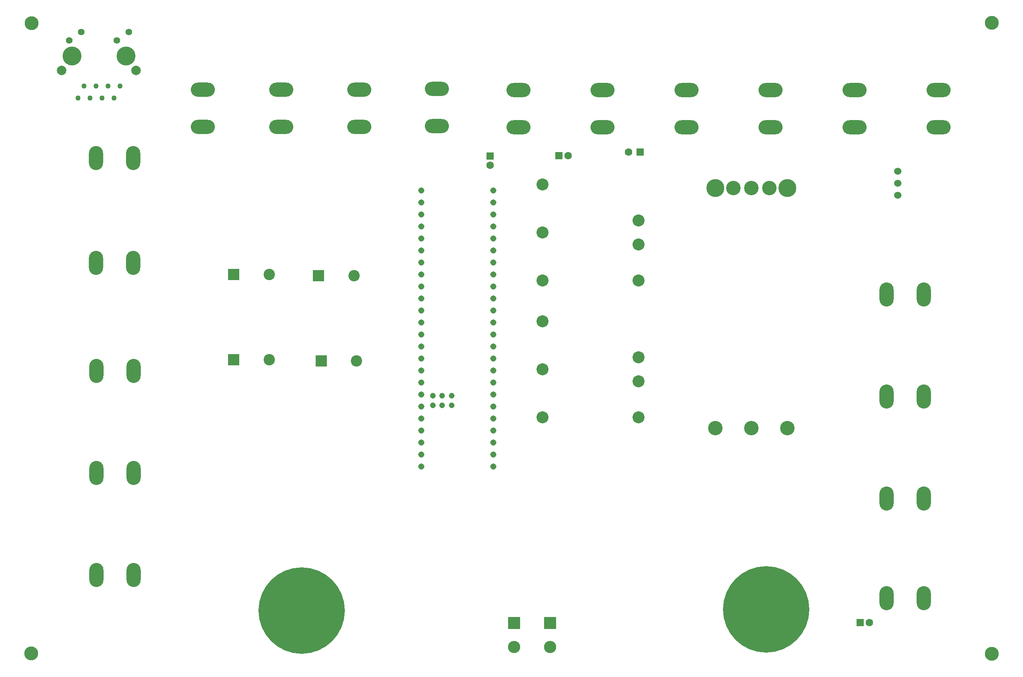
<source format=gbr>
%TF.GenerationSoftware,KiCad,Pcbnew,7.0.7*%
%TF.CreationDate,2023-11-08T23:07:50-06:00*%
%TF.ProjectId,PowerBoard_2024,506f7765-7242-46f6-9172-645f32303234,rev?*%
%TF.SameCoordinates,Original*%
%TF.FileFunction,Soldermask,Bot*%
%TF.FilePolarity,Negative*%
%FSLAX46Y46*%
G04 Gerber Fmt 4.6, Leading zero omitted, Abs format (unit mm)*
G04 Created by KiCad (PCBNEW 7.0.7) date 2023-11-08 23:07:50*
%MOMM*%
%LPD*%
G01*
G04 APERTURE LIST*
%ADD10R,2.400000X2.400000*%
%ADD11C,2.400000*%
%ADD12R,1.600000X1.600000*%
%ADD13C,1.600000*%
%ADD14C,3.048000*%
%ADD15C,3.810000*%
%ADD16C,2.946400*%
%ADD17R,2.600000X2.600000*%
%ADD18O,2.600000X2.600000*%
%ADD19C,2.540000*%
%ADD20C,18.288000*%
%ADD21C,1.100000*%
%ADD22C,1.400000*%
%ADD23C,4.000000*%
%ADD24C,2.000000*%
%ADD25C,1.524000*%
%ADD26C,1.308000*%
%ADD27C,1.208000*%
%ADD28O,5.100000X3.000000*%
%ADD29O,3.000000X5.100000*%
G04 APERTURE END LIST*
D10*
%TO.C,C1*%
X212972000Y-157480000D03*
D11*
X220472000Y-157480000D03*
%TD*%
D12*
%TO.C,C2*%
X345500888Y-231140000D03*
D13*
X347500888Y-231140000D03*
%TD*%
D12*
%TO.C,C48*%
X267208000Y-132394888D03*
D13*
X267208000Y-134394888D03*
%TD*%
D14*
%TO.C,VR1*%
X314833000Y-189992000D03*
X322453000Y-189992000D03*
X330073000Y-189992000D03*
D15*
X330073000Y-139192000D03*
D14*
X326263000Y-139192000D03*
X322453000Y-139192000D03*
X318643000Y-139192000D03*
D15*
X314833000Y-139192000D03*
%TD*%
D16*
%TO.C,V6*%
X170114031Y-237689640D03*
%TD*%
D17*
%TO.C,D1*%
X272288000Y-231247000D03*
D18*
X272288000Y-236327000D03*
%TD*%
D19*
%TO.C,U20*%
X298577000Y-187706000D03*
X298577000Y-180086000D03*
X298577000Y-175006000D03*
X278257000Y-167386000D03*
X278257000Y-177546000D03*
X278257000Y-187706000D03*
%TD*%
D20*
%TO.C,V2*%
X227330000Y-228600000D03*
%TD*%
D16*
%TO.C,V4*%
X170180000Y-104344980D03*
%TD*%
%TO.C,V5*%
X373377271Y-237765840D03*
%TD*%
D12*
%TO.C,C8*%
X298958000Y-131572000D03*
D13*
X296458000Y-131572000D03*
%TD*%
D20*
%TO.C,V1*%
X325628000Y-228346000D03*
%TD*%
D10*
%TO.C,C3*%
X231437246Y-175768000D03*
D11*
X238937246Y-175768000D03*
%TD*%
D21*
%TO.C,J1*%
X188874000Y-117590000D03*
X187604000Y-120130000D03*
X186334000Y-117590000D03*
X185064000Y-120130000D03*
X183794000Y-117590000D03*
X182524000Y-120130000D03*
X181254000Y-117590000D03*
X179984000Y-120130000D03*
D22*
X190754000Y-106160000D03*
X188214000Y-107950000D03*
X180644000Y-106160000D03*
X178104000Y-107950000D03*
D23*
X190144000Y-111240000D03*
X178714000Y-111240000D03*
D24*
X192304000Y-114290000D03*
X176554000Y-114290000D03*
%TD*%
D25*
%TO.C,U1*%
X353441000Y-140716000D03*
X353441000Y-138176000D03*
X353441000Y-135636000D03*
%TD*%
D10*
%TO.C,C7*%
X212928754Y-175514000D03*
D11*
X220428754Y-175514000D03*
%TD*%
D12*
%TO.C,C10*%
X281746888Y-132334000D03*
D13*
X283746888Y-132334000D03*
%TD*%
D19*
%TO.C,U22*%
X298577000Y-158750000D03*
X298577000Y-151130000D03*
X298577000Y-146050000D03*
X278257000Y-138430000D03*
X278257000Y-148590000D03*
X278257000Y-158750000D03*
%TD*%
D10*
%TO.C,C5*%
X230886000Y-157734000D03*
D11*
X238386000Y-157734000D03*
%TD*%
D16*
%TO.C,V3*%
X373377271Y-104251000D03*
%TD*%
D17*
%TO.C,D2*%
X279908000Y-231247000D03*
D18*
X279908000Y-236327000D03*
%TD*%
D26*
%TO.C,U15*%
X267870000Y-195580000D03*
X267870000Y-193040000D03*
X267870000Y-190500000D03*
X267870000Y-187960000D03*
X267870000Y-162560000D03*
X252630000Y-193040000D03*
X267870000Y-185420000D03*
X267870000Y-182880000D03*
X267870000Y-180340000D03*
X267870000Y-177800000D03*
X267870000Y-175260000D03*
X267870000Y-172720000D03*
X267870000Y-170180000D03*
X267870000Y-167640000D03*
X267870000Y-165100000D03*
X252630000Y-165100000D03*
X252630000Y-167640000D03*
X252630000Y-170180000D03*
X252630000Y-172720000D03*
X252630000Y-175260000D03*
X252630000Y-177800000D03*
X252630000Y-180340000D03*
X252630000Y-182880000D03*
X252630000Y-185420000D03*
X252630000Y-187960000D03*
X252630000Y-190500000D03*
X267870000Y-160020000D03*
X267870000Y-157480000D03*
X267870000Y-154940000D03*
X267870000Y-152400000D03*
X267870000Y-149860000D03*
X267870000Y-147320000D03*
X267870000Y-144780000D03*
X267870000Y-142240000D03*
X267870000Y-139700000D03*
X252630000Y-139700000D03*
X252630000Y-142240000D03*
X252630000Y-144780000D03*
X252630000Y-147320000D03*
X252630000Y-149860000D03*
X252630000Y-152400000D03*
X252630000Y-154940000D03*
X252630000Y-157480000D03*
X252630000Y-160020000D03*
X267870000Y-198120000D03*
X252630000Y-162560000D03*
X252630000Y-195580000D03*
D27*
X257080000Y-183150000D03*
X257080000Y-185150000D03*
X255080000Y-185150000D03*
X255080000Y-183150000D03*
X259080000Y-183150000D03*
X259080000Y-185150000D03*
D26*
X252630000Y-198120000D03*
%TD*%
D28*
%TO.C,Conn18*%
X308745700Y-126287500D03*
X308745700Y-118413500D03*
%TD*%
D29*
%TO.C,Conn4*%
X351132000Y-225945700D03*
X359006000Y-225945700D03*
%TD*%
%TO.C,Conn3*%
X191772500Y-221094300D03*
X183898500Y-221094300D03*
%TD*%
D28*
%TO.C,Conn19*%
X290965700Y-126287500D03*
X290965700Y-118413500D03*
%TD*%
D29*
%TO.C,Conn9*%
X191677000Y-155006000D03*
X183803000Y-155006000D03*
%TD*%
D28*
%TO.C,Conn10*%
X344305700Y-126287500D03*
X344305700Y-118413500D03*
%TD*%
%TO.C,Conn17*%
X326525700Y-126287500D03*
X326525700Y-118413500D03*
%TD*%
D29*
%TO.C,Conn6*%
X351132000Y-183273700D03*
X359006000Y-183273700D03*
%TD*%
%TO.C,Conn8*%
X191706500Y-132832300D03*
X183832500Y-132832300D03*
%TD*%
%TO.C,Conn1*%
X191772500Y-177914300D03*
X183898500Y-177914300D03*
%TD*%
D28*
%TO.C,Conn16*%
X273185700Y-126287500D03*
X273185700Y-118413500D03*
%TD*%
D29*
%TO.C,Conn7*%
X351132000Y-161683700D03*
X359006000Y-161683700D03*
%TD*%
D28*
%TO.C,Conn12*%
X255917700Y-126033500D03*
X255917700Y-118159500D03*
%TD*%
%TO.C,Conn14*%
X239522000Y-126238000D03*
X239522000Y-118364000D03*
%TD*%
%TO.C,Conn15*%
X206387700Y-126259500D03*
X206387700Y-118385500D03*
%TD*%
D29*
%TO.C,Conn2*%
X191772500Y-199504300D03*
X183898500Y-199504300D03*
%TD*%
D28*
%TO.C,Conn13*%
X223024700Y-126238000D03*
X223024700Y-118364000D03*
%TD*%
D29*
%TO.C,Conn5*%
X351132000Y-204863700D03*
X359006000Y-204863700D03*
%TD*%
D28*
%TO.C,Conn11*%
X362085700Y-126287500D03*
X362085700Y-118413500D03*
%TD*%
M02*

</source>
